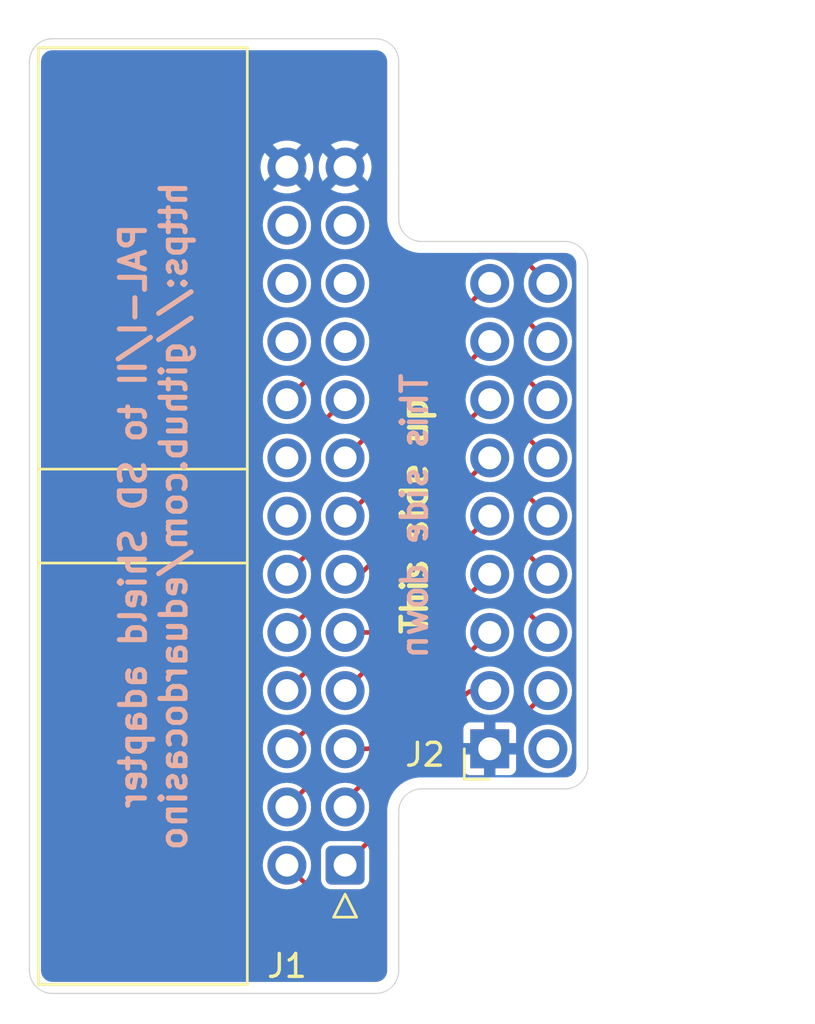
<source format=kicad_pcb>
(kicad_pcb (version 20221018) (generator pcbnew)
  (layers (0 "F.Cu" signal) (31 "B.Cu" signal) (34 "B.Paste" user) (35 "F.Paste" user) (36 "B.SilkS" user "B.Silkscreen") (37 "F.SilkS" user "F.Silkscreen") (38 "B.Mask" user) (39 "F.Mask" user) (44 "Edge.Cuts" user))
  (net 0 "")
  (net 1 "PA0")
  (net 2 "PB0")
  (net 3 "PA1")
  (net 4 "PB1")
  (net 5 "PA2")
  (net 6 "PB2")
  (net 7 "PA3")
  (net 8 "PB3")
  (net 9 "PA4")
  (net 10 "PB4")
  (net 11 "PA5")
  (net 12 "PB5")
  (net 13 "PA6")
  (net 15 "PA7")
  (net 17 "PB6")
  (net 18 "PB7")
  (net 25 "GND")
  (footprint "Connector:IDC-Header_2x13_P2.54mm_Horizontal" (layer "F.Cu") (at 74.74 105.87 180)
    (fp_text reference "J1" (at 2.54 -4.4 180) (layer "F.SilkS"))
    (fp_text value "Conn_02x13_Odd_Even")
    (fp_line (start -0.5 -2.27) (end 0 -1.27) (stroke (width 0.12)) (layer "F.SilkS"))
    (fp_line (start 0 -1.27) (end 0.5 -2.27) (stroke (width 0.12)) (layer "F.SilkS"))
    (fp_line (start 0.5 -2.27) (end -0.5 -2.27) (stroke (width 0.12)) (layer "F.SilkS"))
    (fp_line (start 4.27 -5.21) (end 13.39 -5.21) (stroke (width 0.12)) (layer "F.SilkS"))
    (fp_line (start 4.27 13.19) (end 13.39 13.19) (stroke (width 0.12)) (layer "F.SilkS"))
    (fp_line (start 4.27 17.29) (end 13.39 17.29) (stroke (width 0.12)) (layer "F.SilkS"))
    (fp_line (start 4.27 35.69) (end 4.27 -5.21) (stroke (width 0.12)) (layer "F.SilkS"))
    (fp_line (start 13.39 -5.21) (end 13.39 35.69) (stroke (width 0.12)) (layer "F.SilkS"))
    (fp_line (start 13.39 35.69) (end 4.27 35.69) (stroke (width 0.12)) (layer "F.SilkS"))
    (pad "1" thru_hole roundrect (at 0 0 180) (size 1.7 1.7) (drill 1) (layers "*.Cu" "*.Mask") (roundrect_rratio 0.1470588235) (net 1 "PA0"))
    (pad "2" thru_hole circle (at 2.54 0 180) (size 1.7 1.7) (drill 1) (layers "*.Cu" "*.Mask") (net 2 "PB0"))
    (pad "3" thru_hole circle (at 0 2.54 180) (size 1.7 1.7) (drill 1) (layers "*.Cu" "*.Mask") (net 3 "PA1"))
    (pad "4" thru_hole circle (at 2.54 2.54 180) (size 1.7 1.7) (drill 1) (layers "*.Cu" "*.Mask") (net 4 "PB1"))
    (pad "5" thru_hole circle (at 0 5.08 180) (size 1.7 1.7) (drill 1) (layers "*.Cu" "*.Mask") (net 5 "PA2"))
    (pad "6" thru_hole circle (at 2.54 5.08 180) (size 1.7 1.7) (drill 1) (layers "*.Cu" "*.Mask") (net 6 "PB2"))
    (pad "7" thru_hole circle (at 0 7.62 180) (size 1.7 1.7) (drill 1) (layers "*.Cu" "*.Mask") (net 7 "PA3"))
    (pad "8" thru_hole circle (at 2.54 7.62 180) (size 1.7 1.7) (drill 1) (layers "*.Cu" "*.Mask") (net 8 "PB3"))
    (pad "9" thru_hole circle (at 0 10.16 180) (size 1.7 1.7) (drill 1) (layers "*.Cu" "*.Mask") (net 9 "PA4"))
    (pad "10" thru_hole circle (at 2.54 10.16 180) (size 1.7 1.7) (drill 1) (layers "*.Cu" "*.Mask") (net 10 "PB4"))
    (pad "11" thru_hole circle (at 0 12.7 180) (size 1.7 1.7) (drill 1) (layers "*.Cu" "*.Mask") (net 11 "PA5"))
    (pad "12" thru_hole circle (at 2.54 12.7 180) (size 1.7 1.7) (drill 1) (layers "*.Cu" "*.Mask") (net 12 "PB5"))
    (pad "13" thru_hole circle (at 0 15.24 180) (size 1.7 1.7) (drill 1) (layers "*.Cu" "*.Mask") (net 13 "PA6"))
    (pad "14" thru_hole circle (at 2.54 15.24 180) (size 1.7 1.7) (drill 1) (layers "*.Cu" "*.Mask"))
    (pad "15" thru_hole circle (at 0 17.78 180) (size 1.7 1.7) (drill 1) (layers "*.Cu" "*.Mask") (net 15 "PA7"))
    (pad "16" thru_hole circle (at 2.54 17.78 180) (size 1.7 1.7) (drill 1) (layers "*.Cu" "*.Mask"))
    (pad "17" thru_hole circle (at 0 20.32 180) (size 1.7 1.7) (drill 1) (layers "*.Cu" "*.Mask") (net 17 "PB6"))
    (pad "18" thru_hole circle (at 2.54 20.32 180) (size 1.7 1.7) (drill 1) (layers "*.Cu" "*.Mask") (net 18 "PB7"))
    (pad "19" thru_hole circle (at 0 22.86 180) (size 1.7 1.7) (drill 1) (layers "*.Cu" "*.Mask"))
    (pad "20" thru_hole circle (at 2.54 22.86 180) (size 1.7 1.7) (drill 1) (layers "*.Cu" "*.Mask"))
    (pad "21" thru_hole circle (at 0 25.4 180) (size 1.7 1.7) (drill 1) (layers "*.Cu" "*.Mask"))
    (pad "22" thru_hole circle (at 2.54 25.4 180) (size 1.7 1.7) (drill 1) (layers "*.Cu" "*.Mask"))
    (pad "23" thru_hole circle (at 0 27.94 180) (size 1.7 1.7) (drill 1) (layers "*.Cu" "*.Mask"))
    (pad "24" thru_hole circle (at 2.54 27.94 180) (size 1.7 1.7) (drill 1) (layers "*.Cu" "*.Mask"))
    (pad "25" thru_hole circle (at 0 30.48 180) (size 1.7 1.7) (drill 1) (layers "*.Cu" "*.Mask") (net 25 "GND"))
    (pad "26" thru_hole circle (at 2.54 30.48 180) (size 1.7 1.7) (drill 1) (layers "*.Cu" "*.Mask") (net 25 "GND"))
  )
  (footprint "Connector:PinSocket_2x09_P2.54mm_Horizontal" (layer "F.Cu") (at 81.055 100.79 180)
    (fp_text reference "J2" (at 2.825 -0.26 180) (layer "F.SilkS"))
    (fp_text value "Conn_02x09_Odd_Even")
    (fp_line (start 0 -1.33) (end 1.11 -1.33) (stroke (width 0.12)) (layer "F.SilkS"))
    (fp_line (start 1.11 -1.33) (end 1.11 0) (stroke (width 0.12)) (layer "F.SilkS"))
    (pad "1" thru_hole rect (at 0 0 180) (size 1.7 1.7) (drill 1) (layers "*.Cu" "*.Mask") (net 25 "GND"))
    (pad "2" thru_hole oval (at -2.54 0 180) (size 1.7 1.7) (drill 1) (layers "*.Cu" "*.Mask"))
    (pad "3" thru_hole oval (at 0 2.54 180) (size 1.7 1.7) (drill 1) (layers "*.Cu" "*.Mask") (net 1 "PA0"))
    (pad "4" thru_hole oval (at -2.54 2.54 180) (size 1.7 1.7) (drill 1) (layers "*.Cu" "*.Mask") (net 2 "PB0"))
    (pad "5" thru_hole oval (at 0 5.08 180) (size 1.7 1.7) (drill 1) (layers "*.Cu" "*.Mask") (net 3 "PA1"))
    (pad "6" thru_hole oval (at -2.54 5.08 180) (size 1.7 1.7) (drill 1) (layers "*.Cu" "*.Mask") (net 4 "PB1"))
    (pad "7" thru_hole oval (at 0 7.62 180) (size 1.7 1.7) (drill 1) (layers "*.Cu" "*.Mask") (net 5 "PA2"))
    (pad "8" thru_hole oval (at -2.54 7.62 180) (size 1.7 1.7) (drill 1) (layers "*.Cu" "*.Mask") (net 6 "PB2"))
    (pad "9" thru_hole oval (at 0 10.16 180) (size 1.7 1.7) (drill 1) (layers "*.Cu" "*.Mask") (net 7 "PA3"))
    (pad "10" thru_hole oval (at -2.54 10.16 180) (size 1.7 1.7) (drill 1) (layers "*.Cu" "*.Mask") (net 8 "PB3"))
    (pad "11" thru_hole oval (at 0 12.7 180) (size 1.7 1.7) (drill 1) (layers "*.Cu" "*.Mask") (net 9 "PA4"))
    (pad "12" thru_hole oval (at -2.54 12.7 180) (size 1.7 1.7) (drill 1) (layers "*.Cu" "*.Mask") (net 10 "PB4"))
    (pad "13" thru_hole oval (at 0 15.24 180) (size 1.7 1.7) (drill 1) (layers "*.Cu" "*.Mask") (net 11 "PA5"))
    (pad "14" thru_hole oval (at -2.54 15.24 180) (size 1.7 1.7) (drill 1) (layers "*.Cu" "*.Mask") (net 12 "PB5"))
    (pad "15" thru_hole oval (at 0 17.78 180) (size 1.7 1.7) (drill 1) (layers "*.Cu" "*.Mask") (net 13 "PA6"))
    (pad "16" thru_hole oval (at -2.54 17.78 180) (size 1.7 1.7) (drill 1) (layers "*.Cu" "*.Mask") (net 17 "PB6"))
    (pad "17" thru_hole oval (at 0 20.32 180) (size 1.7 1.7) (drill 1) (layers "*.Cu" "*.Mask") (net 15 "PA7"))
    (pad "18" thru_hole oval (at -2.54 20.32 180) (size 1.7 1.7) (drill 1) (layers "*.Cu" "*.Mask") (net 18 "PB7"))
  )
  (gr_arc (start 84.34 78.64) (mid 85.047107 78.932893) (end 85.34 79.64) (stroke (width 0.05)) (layer "Edge.Cuts"))
  (gr_arc (start 77.08 110.47) (mid 76.787107 111.177107) (end 76.08 111.47) (stroke (width 0.05)) (layer "Edge.Cuts"))
  (gr_arc (start 61.96 111.47) (mid 61.252893 111.177107) (end 60.96 110.47) (stroke (width 0.05)) (layer "Edge.Cuts"))
  (gr_arc (start 77.08 103.54) (mid 77.372893 102.832893) (end 78.08 102.54) (stroke (width 0.05)) (layer "Edge.Cuts"))
  (gr_arc (start 60.96 70.79) (mid 61.252893 70.082893) (end 61.96 69.79) (stroke (width 0.05)) (layer "Edge.Cuts"))
  (gr_arc (start 76.08 69.79) (mid 76.787107 70.082893) (end 77.08 70.79) (stroke (width 0.05)) (layer "Edge.Cuts"))
  (gr_line (start 77.08 70.79) (end 77.08 77.64) (stroke (width 0.05)) (layer "Edge.Cuts"))
  (gr_line (start 85.34 79.64) (end 85.34 101.54) (stroke (width 0.05)) (layer "Edge.Cuts"))
  (gr_line (start 76.08 111.47) (end 61.96 111.47) (stroke (width 0.05)) (layer "Edge.Cuts"))
  (gr_line (start 77.08 110.47) (end 77.08 103.54) (stroke (width 0.05)) (layer "Edge.Cuts"))
  (gr_line (start 78.08 78.64) (end 84.34 78.64) (stroke (width 0.05)) (layer "Edge.Cuts"))
  (gr_line (start 78.08 102.54) (end 84.34 102.54) (stroke (width 0.05)) (layer "Edge.Cuts"))
  (gr_line (start 60.96 110.47) (end 60.96 70.79) (stroke (width 0.05)) (layer "Edge.Cuts"))
  (gr_line (start 61.96 69.79) (end 76.08 69.79) (stroke (width 0.05)) (layer "Edge.Cuts"))
  (gr_arc (start 85.34 101.54) (mid 85.047107 102.247107) (end 84.34 102.54) (stroke (width 0.05)) (layer "Edge.Cuts"))
  (gr_arc (start 78.08 78.64) (mid 77.372893 78.347107) (end 77.08 77.64) (stroke (width 0.05)) (layer "Edge.Cuts"))
  (gr_text "PAL-I/II to SD Shield adapter\nhttps://github.com/eduardocasino" (at 66.37 90.63 90) (layer "B.SilkS") (effects (font (size 1.1 1.1) (thickness 0.22) bold) (justify mirror)))
  (gr_text "This side down" (at 77.77 90.63 90) (layer "B.SilkS") (effects (font (size 1.1 1.1) (thickness 0.2) bold) (justify mirror)))
  (gr_text "This side up" (at 77.77 90.63 90) (layer "F.SilkS") (effects (font (size 1.1 1.1) (thickness 0.2) bold)))
  (segment (start 75.89 102.737107) (end 75.89 104.512893) (width 0.2) (layer "F.Cu") (net 1))
  (segment (start 81.055 98.25) (end 80.377107 98.25) (width 0.2) (layer "F.Cu") (net 1))
  (segment (start 80.023553 98.396447) (end 76.036446 102.383554) (width 0.2) (layer "F.Cu") (net 1))
  (segment (start 75.743553 104.866447) (end 74.74 105.87) (width 0.2) (layer "F.Cu") (net 1))
  (arc (start 75.89 104.512893) (mid 75.85194 104.704235) (end 75.743553 104.866447) (width 0.2) (layer "F.Cu") (net 1))
  (arc (start 80.377107 98.25) (mid 80.185765 98.28806) (end 80.023553 98.396447) (width 0.2) (layer "F.Cu") (net 1))
  (arc (start 75.89 102.737107) (mid 75.92806 102.545766) (end 76.036446 102.383554) (width 0.2) (layer "F.Cu") (net 1))
  (segment (start 76.143553 106.696447) (end 75.772446 107.067554) (width 0.2) (layer "F.Cu") (net 2))
  (segment (start 82.177893 99.46) (end 79.732793 99.46) (width 0.2) (layer "F.Cu") (net 2))
  (segment (start 73.397553 107.067553) (end 72.2 105.87) (width 0.2) (layer "F.Cu") (net 2))
  (segment (start 76.29 102.902793) (end 76.29 106.342893) (width 0.2) (layer "F.Cu") (net 2))
  (segment (start 75.418893 107.214) (end 73.751107 107.214) (width 0.2) (layer "F.Cu") (net 2))
  (segment (start 79.379239 99.606447) (end 76.436446 102.54924) (width 0.2) (layer "F.Cu") (net 2))
  (segment (start 83.595 98.25) (end 82.531446 99.313554) (width 0.2) (layer "F.Cu") (net 2))
  (arc (start 76.29 106.342893) (mid 76.25194 106.534235) (end 76.143553 106.696447) (width 0.2) (layer "F.Cu") (net 2))
  (arc (start 76.29 102.902793) (mid 76.32806 102.711452) (end 76.436446 102.54924) (width 0.2) (layer "F.Cu") (net 2))
  (arc (start 82.177893 99.46) (mid 82.369234 99.42194) (end 82.531446 99.313554) (width 0.2) (layer "F.Cu") (net 2))
  (arc (start 75.772446 107.067554) (mid 75.610234 107.17594) (end 75.418893 107.214) (width 0.2) (layer "F.Cu") (net 2))
  (arc (start 79.732793 99.46) (mid 79.541451 99.49806) (end 79.379239 99.606447) (width 0.2) (layer "F.Cu") (net 2))
  (arc (start 73.397553 107.067553) (mid 73.559765 107.17594) (end 73.751107 107.214) (width 0.2) (layer "F.Cu") (net 2))
  (segment (start 79.543553 98.260762) (end 75.49 102.314315) (width 0.2) (layer "F.Cu") (net 3))
  (segment (start 74.74 103.275107) (end 74.74 103.33) (width 0.2) (layer "F.Cu") (net 3))
  (segment (start 75.49 102.314315) (end 75.49 102.318) (width 0.2) (layer "F.Cu") (net 3))
  (segment (start 75.49 102.318) (end 74.886446 102.921554) (width 0.2) (layer "F.Cu") (net 3))
  (segment (start 81.055 95.71) (end 79.836446 96.928554) (width 0.2) (layer "F.Cu") (net 3))
  (segment (start 79.69 97.282107) (end 79.69 97.907208) (width 0.2) (layer "F.Cu") (net 3))
  (arc (start 79.543553 98.260762) (mid 79.65194 98.09855) (end 79.69 97.907208) (width 0.2) (layer "F.Cu") (net 3))
  (arc (start 74.74 103.275107) (mid 74.77806 103.083766) (end 74.886446 102.921554) (width 0.2) (layer "F.Cu") (net 3))
  (arc (start 79.69 97.282107) (mid 79.72806 97.090766) (end 79.836446 96.928554) (width 0.2) (layer "F.Cu") (net 3))
  (segment (start 79.905 95.142107) (end 79.905 95.779263) (width 0.2) (layer "F.Cu") (net 4))
  (segment (start 83.595 95.71) (end 82.461446 94.576446) (width 0.2) (layer "F.Cu") (net 4))
  (segment (start 79.121553 98.117076) (end 75.335075 101.903554) (width 0.2) (layer "F.Cu") (net 4))
  (segment (start 74.981522 102.05) (end 73.687107 102.05) (width 0.2) (layer "F.Cu") (net 4))
  (segment (start 82.107893 94.43) (end 80.617107 94.43) (width 0.2) (layer "F.Cu") (net 4))
  (segment (start 80.263553 94.576447) (end 80.051446 94.788554) (width 0.2) (layer "F.Cu") (net 4))
  (segment (start 79.268 96.830477) (end 79.268 97.763522) (width 0.2) (layer "F.Cu") (net 4))
  (segment (start 73.333553 102.196447) (end 72.2 103.33) (width 0.2) (layer "F.Cu") (net 4))
  (segment (start 79.758554 96.132816) (end 79.414446 96.476924) (width 0.2) (layer "F.Cu") (net 4))
  (arc (start 73.687107 102.05) (mid 73.495765 102.08806) (end 73.333553 102.196447) (width 0.2) (layer "F.Cu") (net 4))
  (arc (start 80.263553 94.576447) (mid 80.425765 94.46806) (end 80.617107 94.43) (width 0.2) (layer "F.Cu") (net 4))
  (arc (start 82.107893 94.43) (mid 82.299234 94.46806) (end 82.461446 94.576446) (width 0.2) (layer "F.Cu") (net 4))
  (arc (start 79.414446 96.476924) (mid 79.30606 96.639136) (end 79.268 96.830477) (width 0.2) (layer "F.Cu") (net 4))
  (arc (start 79.905 95.779263) (mid 79.86694 95.970604) (end 79.758554 96.132816) (width 0.2) (layer "F.Cu") (net 4))
  (arc (start 79.121553 98.117076) (mid 79.22994 97.954864) (end 79.268 97.763522) (width 0.2) (layer "F.Cu") (net 4))
  (arc (start 80.051446 94.788554) (mid 79.94306 94.950766) (end 79.905 95.142107) (width 0.2) (layer "F.Cu") (net 4))
  (arc (start 74.981522 102.05) (mid 75.172863 102.01194) (end 75.335075 101.903554) (width 0.2) (layer "F.Cu") (net 4))
  (segment (start 79.505 95.613579) (end 79.505 94.927107) (width 0.2) (layer "F.Cu") (net 5))
  (segment (start 79.014446 96.31124) (end 79.358554 95.967132) (width 0.2) (layer "F.Cu") (net 5))
  (segment (start 79.651447 94.573553) (end 81.055 93.17) (width 0.2) (layer "F.Cu") (net 5))
  (segment (start 78.868 97.594893) (end 78.868 96.664793) (width 0.2) (layer "F.Cu") (net 5))
  (segment (start 76.026447 100.643553) (end 78.721554 97.948446) (width 0.2) (layer "F.Cu") (net 5))
  (segment (start 74.74 100.79) (end 75.672893 100.79) (width 0.2) (layer "F.Cu") (net 5))
  (arc (start 78.868 96.664793) (mid 78.90606 96.473452) (end 79.014446 96.31124) (width 0.2) (layer "F.Cu") (net 5))
  (arc (start 75.672893 100.79) (mid 75.864235 100.75194) (end 76.026447 100.643553) (width 0.2) (layer "F.Cu") (net 5))
  (arc (start 79.358554 95.967132) (mid 79.46694 95.80492) (end 79.505 95.613579) (width 0.2) (layer "F.Cu") (net 5))
  (arc (start 78.868 97.594893) (mid 78.82994 97.786234) (end 78.721554 97.948446) (width 0.2) (layer "F.Cu") (net 5))
  (arc (start 79.505 94.927107) (mid 79.54306 94.735765) (end 79.651447 94.573553) (width 0.2) (layer "F.Cu") (net 5))
  (segment (start 72.2 100.79) (end 73.323554 99.666446) (width 0.2) (layer "F.Cu") (net 6))
  (segment (start 75.386447 99.373553) (end 78.958554 95.801446) (width 0.2) (layer "F.Cu") (net 6))
  (segment (start 80.030447 92.279553) (end 80.263554 92.046446) (width 0.2) (layer "F.Cu") (net 6))
  (segment (start 73.677107 99.52) (end 75.032893 99.52) (width 0.2) (layer "F.Cu") (net 6))
  (segment (start 82.471447 92.046447) (end 83.595 93.17) (width 0.2) (layer "F.Cu") (net 6))
  (segment (start 79.251446 94.30424) (end 79.737554 93.818131) (width 0.2) (layer "F.Cu") (net 6))
  (segment (start 79.884 93.464578) (end 79.884 92.633107) (width 0.2) (layer "F.Cu") (net 6))
  (segment (start 79.105 95.447893) (end 79.105 94.657793) (width 0.2) (layer "F.Cu") (net 6))
  (segment (start 80.617107 91.9) (end 82.117893 91.9) (width 0.2) (layer "F.Cu") (net 6))
  (arc (start 82.117893 91.9) (mid 82.309235 91.93806) (end 82.471447 92.046447) (width 0.2) (layer "F.Cu") (net 6))
  (arc (start 73.323554 99.666446) (mid 73.485766 99.55806) (end 73.677107 99.52) (width 0.2) (layer "F.Cu") (net 6))
  (arc (start 79.737554 93.818131) (mid 79.84594 93.655919) (end 79.884 93.464578) (width 0.2) (layer "F.Cu") (net 6))
  (arc (start 78.958554 95.801446) (mid 79.06694 95.639234) (end 79.105 95.447893) (width 0.2) (layer "F.Cu") (net 6))
  (arc (start 79.251446 94.30424) (mid 79.14306 94.466452) (end 79.105 94.657793) (width 0.2) (layer "F.Cu") (net 6))
  (arc (start 80.617107 91.9) (mid 80.425766 91.93806) (end 80.263554 92.046446) (width 0.2) (layer "F.Cu") (net 6))
  (arc (start 75.386447 99.373553) (mid 75.224235 99.48194) (end 75.032893 99.52) (width 0.2) (layer "F.Cu") (net 6))
  (arc (start 79.884 92.633107) (mid 79.92206 92.441765) (end 80.030447 92.279553) (width 0.2) (layer "F.Cu") (net 6))
  (segment (start 79.630447 92.054553) (end 81.055 90.63) (width 0.2) (layer "F.Cu") (net 7))
  (segment (start 74.74 98.25) (end 79.337554 93.652446) (width 0.2) (layer "F.Cu") (net 7))
  (segment (start 79.484 93.298893) (end 79.484 92.408107) (width 0.2) (layer "F.Cu") (net 7))
  (arc (start 79.337554 93.652446) (mid 79.44594 93.490234) (end 79.484 93.298893) (width 0.2) (layer "F.Cu") (net 7))
  (arc (start 79.630447 92.054553) (mid 79.52206 92.216765) (end 79.484 92.408107) (width 0.2) (layer "F.Cu") (net 7))
  (segment (start 80.213553 89.506447) (end 79.226446 90.493554) (width 0.2) (layer "F.Cu") (net 8))
  (segment (start 73.333553 97.116447) (end 72.2 98.25) (width 0.2) (layer "F.Cu") (net 8))
  (segment (start 82.117893 89.36) (end 80.567107 89.36) (width 0.2) (layer "F.Cu") (net 8))
  (segment (start 78.933553 93.486447) (end 75.596446 96.823554) (width 0.2) (layer "F.Cu") (net 8))
  (segment (start 75.242893 96.97) (end 73.687107 96.97) (width 0.2) (layer "F.Cu") (net 8))
  (segment (start 83.595 90.63) (end 82.471446 89.506446) (width 0.2) (layer "F.Cu") (net 8))
  (segment (start 79.08 90.847107) (end 79.08 93.132893) (width 0.2) (layer "F.Cu") (net 8))
  (arc (start 78.933553 93.486447) (mid 79.04194 93.324235) (end 79.08 93.132893) (width 0.2) (layer "F.Cu") (net 8))
  (arc (start 79.226446 90.493554) (mid 79.11806 90.655766) (end 79.08 90.847107) (width 0.2) (layer "F.Cu") (net 8))
  (arc (start 80.213553 89.506447) (mid 80.375765 89.39806) (end 80.567107 89.36) (width 0.2) (layer "F.Cu") (net 8))
  (arc (start 82.117893 89.36) (mid 82.309234 89.39806) (end 82.471446 89.506446) (width 0.2) (layer "F.Cu") (net 8))
  (arc (start 73.333553 97.116447) (mid 73.495765 97.00806) (end 73.687107 96.97) (width 0.2) (layer "F.Cu") (net 8))
  (arc (start 75.596446 96.823554) (mid 75.434234 96.93194) (end 75.242893 96.97) (width 0.2) (layer "F.Cu") (net 8))
  (segment (start 76.286447 95.563553) (end 78.523554 93.326446) (width 0.2) (layer "F.Cu") (net 9))
  (segment (start 78.67 92.972893) (end 78.67 90.682107) (width 0.2) (layer "F.Cu") (net 9))
  (segment (start 78.816447 90.328553) (end 81.055 88.09) (width 0.2) (layer "F.Cu") (net 9))
  (segment (start 74.74 95.71) (end 75.932893 95.71) (width 0.2) (layer "F.Cu") (net 9))
  (arc (start 78.523554 93.326446) (mid 78.63194 93.164234) (end 78.67 92.972893) (width 0.2) (layer "F.Cu") (net 9))
  (arc (start 78.816447 90.328553) (mid 78.70806 90.490765) (end 78.67 90.682107) (width 0.2) (layer "F.Cu") (net 9))
  (arc (start 76.286447 95.563553) (mid 76.124235 95.67194) (end 75.932893 95.71) (width 0.2) (layer "F.Cu") (net 9))
  (segment (start 83.595 88.09) (end 82.471446 86.966446) (width 0.2) (layer "F.Cu") (net 10))
  (segment (start 80.21788 86.966447) (end 77.736446 89.447881) (width 0.2) (layer "F.Cu") (net 10))
  (segment (start 73.323553 94.586447) (end 72.2 95.71) (width 0.2) (layer "F.Cu") (net 10))
  (segment (start 75.540893 94.44) (end 73.677107 94.44) (width 0.2) (layer "F.Cu") (net 10))
  (segment (start 77.443553 92.744447) (end 75.894446 94.293554) (width 0.2) (layer "F.Cu") (net 10))
  (segment (start 82.117893 86.82) (end 80.571434 86.82) (width 0.2) (layer "F.Cu") (net 10))
  (segment (start 77.59 89.801434) (end 77.59 92.390893) (width 0.2) (layer "F.Cu") (net 10))
  (arc (start 82.471446 86.966446) (mid 82.309234 86.85806) (end 82.117893 86.82) (width 0.2) (layer "F.Cu") (net 10))
  (arc (start 77.59 89.801434) (mid 77.62806 89.610093) (end 77.736446 89.447881) (width 0.2) (layer "F.Cu") (net 10))
  (arc (start 75.540893 94.44) (mid 75.732234 94.40194) (end 75.894446 94.293554) (width 0.2) (layer "F.Cu") (net 10))
  (arc (start 77.59 92.390893) (mid 77.55194 92.582235) (end 77.443553 92.744447) (width 0.2) (layer "F.Cu") (net 10))
  (arc (start 80.571434 86.82) (mid 80.380092 86.85806) (end 80.21788 86.966447) (width 0.2) (layer "F.Cu") (net 10))
  (arc (start 73.677107 94.44) (mid 73.485765 94.47806) (end 73.323553 94.586447) (width 0.2) (layer "F.Cu") (net 10))
  (segment (start 74.74 93.17) (end 75.192893 93.17) (width 0.2) (layer "F.Cu") (net 11))
  (segment (start 77.16 91.202893) (end 77.16 89.652107) (width 0.2) (layer "F.Cu") (net 11))
  (segment (start 77.306447 89.298553) (end 81.055 85.55) (width 0.2) (layer "F.Cu") (net 11))
  (segment (start 75.546447 93.023553) (end 77.013554 91.556446) (width 0.2) (layer "F.Cu") (net 11))
  (arc (start 77.013554 91.556446) (mid 77.12194 91.394234) (end 77.16 91.202893) (width 0.2) (layer "F.Cu") (net 11))
  (arc (start 77.306447 89.298553) (mid 77.19806 89.460765) (end 77.16 89.652107) (width 0.2) (layer "F.Cu") (net 11))
  (arc (start 75.546447 93.023553) (mid 75.384235 93.13194) (end 75.192893 93.17) (width 0.2) (layer "F.Cu") (net 11))
  (segment (start 83.595 85.55) (end 82.471446 84.426446) (width 0.2) (layer "F.Cu") (net 12))
  (segment (start 73.323553 92.046447) (end 72.2 93.17) (width 0.2) (layer "F.Cu") (net 12))
  (segment (start 79.583553 86.446447) (end 76.906446 89.123554) (width 0.2) (layer "F.Cu") (net 12))
  (segment (start 80.273553 84.426447) (end 79.876446 84.823554) (width 0.2) (layer "F.Cu") (net 12))
  (segment (start 79.73 85.177107) (end 79.73 86.092893) (width 0.2) (layer "F.Cu") (net 12))
  (segment (start 76.613553 90.676447) (end 75.536446 91.753554) (width 0.2) (layer "F.Cu") (net 12))
  (segment (start 75.182893 91.9) (end 73.677107 91.9) (width 0.2) (layer "F.Cu") (net 12))
  (segment (start 82.117893 84.28) (end 80.627107 84.28) (width 0.2) (layer "F.Cu") (net 12))
  (segment (start 76.76 89.477107) (end 76.76 90.322893) (width 0.2) (layer "F.Cu") (net 12))
  (arc (start 79.876446 84.823554) (mid 79.76806 84.985766) (end 79.73 85.177107) (width 0.2) (layer "F.Cu") (net 12))
  (arc (start 73.323553 92.046447) (mid 73.485765 91.93806) (end 73.677107 91.9) (width 0.2) (layer "F.Cu") (net 12))
  (arc (start 79.583553 86.446447) (mid 79.69194 86.284235) (end 79.73 86.092893) (width 0.2) (layer "F.Cu") (net 12))
  (arc (start 76.76 90.322893) (mid 76.72194 90.514235) (end 76.613553 90.676447) (width 0.2) (layer "F.Cu") (net 12))
  (arc (start 80.627107 84.28) (mid 80.435765 84.31806) (end 80.273553 84.426447) (width 0.2) (layer "F.Cu") (net 12))
  (arc (start 76.76 89.477107) (mid 76.79806 89.285766) (end 76.906446 89.123554) (width 0.2) (layer "F.Cu") (net 12))
  (arc (start 75.182893 91.9) (mid 75.374234 91.86194) (end 75.536446 91.753554) (width 0.2) (layer "F.Cu") (net 12))
  (arc (start 82.471446 84.426446) (mid 82.309234 84.31806) (end 82.117893 84.28) (width 0.2) (layer "F.Cu") (net 12))
  (segment (start 79.33 85.922893) (end 79.33 84.942107) (width 0.2) (layer "F.Cu") (net 13))
  (segment (start 74.74 90.63) (end 74.83 90.63) (width 0.2) (layer "F.Cu") (net 13))
  (segment (start 79.476447 84.588553) (end 81.055 83.01) (width 0.2) (layer "F.Cu") (net 13))
  (segment (start 74.83 90.63) (end 79.183554 86.276446) (width 0.2) (layer "F.Cu") (net 13))
  (arc (start 79.183554 86.276446) (mid 79.29194 86.114234) (end 79.33 85.922893) (width 0.2) (layer "F.Cu") (net 13))
  (arc (start 79.33 84.942107) (mid 79.36806 84.750765) (end 79.476447 84.588553) (width 0.2) (layer "F.Cu") (net 13))
  (segment (start 81.055 80.47) (end 78.676446 82.848554) (width 0.2) (layer "F.Cu") (net 15))
  (segment (start 78.53 83.202107) (end 78.53 84.092893) (width 0.2) (layer "F.Cu") (net 15))
  (segment (start 78.383553 84.446447) (end 74.74 88.09) (width 0.2) (layer "F.Cu") (net 15))
  (arc (start 78.676446 82.848554) (mid 78.56806 83.010766) (end 78.53 83.202107) (width 0.2) (layer "F.Cu") (net 15))
  (arc (start 78.53 84.092893) (mid 78.49194 84.284235) (end 78.383553 84.446447) (width 0.2) (layer "F.Cu") (net 15))
  (segment (start 73.616447 86.673553) (end 74.74 85.55) (width 0.2) (layer "F.Cu") (net 17))
  (segment (start 73.993553 89.213553) (end 73.616446 88.836446) (width 0.2) (layer "F.Cu") (net 17))
  (segment (start 83.595 83.01) (end 82.591446 82.006446) (width 0.2) (layer "F.Cu") (net 17))
  (segment (start 78.783553 86.106447) (end 75.676446 89.213554) (width 0.2) (layer "F.Cu") (net 17))
  (segment (start 78.93 83.394792) (end 78.93 85.752893) (width 0.2) (layer "F.Cu") (net 17))
  (segment (start 82.237893 81.86) (end 80.464792 81.86) (width 0.2) (layer "F.Cu") (net 17))
  (segment (start 73.47 88.482893) (end 73.47 87.027107) (width 0.2) (layer "F.Cu") (net 17))
  (segment (start 75.322893 89.36) (end 74.347107 89.36) (width 0.2) (layer "F.Cu") (net 17))
  (segment (start 80.111238 82.006447) (end 79.076446 83.041239) (width 0.2) (layer "F.Cu") (net 17))
  (arc (start 75.322893 89.36) (mid 75.514234 89.32194) (end 75.676446 89.213554) (width 0.2) (layer "F.Cu") (net 17))
  (arc (start 82.237893 81.86) (mid 82.429234 81.89806) (end 82.591446 82.006446) (width 0.2) (layer "F.Cu") (net 17))
  (arc (start 80.464792 81.86) (mid 80.27345 81.89806) (end 80.111238 82.006447) (width 0.2) (layer "F.Cu") (net 17))
  (arc (start 78.783553 86.106447) (mid 78.89194 85.944235) (end 78.93 85.752893) (width 0.2) (layer "F.Cu") (net 17))
  (arc (start 74.347107 89.36) (mid 74.155765 89.32194) (end 73.993553 89.213553) (width 0.2) (layer "F.Cu") (net 17))
  (arc (start 73.616446 88.836446) (mid 73.50806 88.674234) (end 73.47 88.482893) (width 0.2) (layer "F.Cu") (net 17))
  (arc (start 78.93 83.394792) (mid 78.96806 83.203451) (end 79.076446 83.041239) (width 0.2) (layer "F.Cu") (net 17))
  (arc (start 73.47 87.027107) (mid 73.50806 86.835765) (end 73.616447 86.673553) (width 0.2) (layer "F.Cu") (net 17))
  (segment (start 75.182893 84.28) (end 73.677107 84.28) (width 0.2) (layer "F.Cu") (net 18))
  (segment (start 73.323553 84.426447) (end 72.2 85.55) (width 0.2) (layer "F.Cu") (net 18))
  (segment (start 83.595 80.47) (end 82.511446 79.386446) (width 0.2) (layer "F.Cu") (net 18))
  (segment (start 82.157893 79.24) (end 80.637107 79.24) (width 0.2) (layer "F.Cu") (net 18))
  (segment (start 80.283553 79.386447) (end 75.536446 84.133554) (width 0.2) (layer "F.Cu") (net 18))
  (arc (start 73.677107 84.28) (mid 73.485765 84.31806) (end 73.323553 84.426447) (width 0.2) (layer "F.Cu") (net 18))
  (arc (start 75.182893 84.28) (mid 75.374234 84.24194) (end 75.536446 84.133554) (width 0.2) (layer "F.Cu") (net 18))
  (arc (start 82.511446 79.386446) (mid 82.349234 79.27806) (end 82.157893 79.24) (width 0.2) (layer "F.Cu") (net 18))
  (arc (start 80.283553 79.386447) (mid 80.445765 79.27806) (end 80.637107 79.24) (width 0.2) (layer "F.Cu") (net 18))
  (zone (net 25) (net_name "GND") (layer "B.Cu") (connect_pads (clearance 0)) (min_thickness 0.1) (fill yes (thermal_gap 0.3) (thermal_bridge_width 0.5))
    (polygon (pts (xy 59.672 68.098) (xy 59.672 112.802) (xy 86.85 112.802) (xy 86.85 68.098)))
  )
)
</source>
